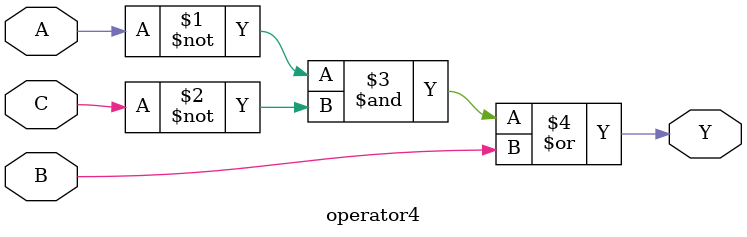
<source format=v>
module gateLevel1(input wire A, B, C, output wire Y);

  wire n1, n2, n3, a1, a2, a3;

  not (n1, A);
  not (n2, B);
  not (n3, C);
  and (a1, n1, n3);
  and (a2, A, C);
  and (a3, A, n2);
  or  (Y, a1, a2, a3);

endmodule

module gateLevel2(input wire A, B, C, output wire Y);

  wire n1, n2, n3, a1, a2, a3;
  not (n2, B);
  or  (Y, n2);

endmodule

module gateLevel3(input wire A, B, C, D, output wire Y);

  wire n1, n2, n3, n4, a1, a2, a3, a4, a5, a6, a7, a8;
  not (n1, A);
  not (n2, B);
  not (n3, C);
  not (n4, D);
  and (a1, n1, n2, n3, n4);
  and (a2, n1, n2, C, D);
  and (a3, n1, B, n3, D);
  and (a4, n1, B, C, n4);
  and (a5, A, B, n3, n4);
  and (a6, A, B, C, D);
  and (a7, A, n2, n3, D);
  and (a8, A, n2, C, n4);
  or  (Y, a1, a2, a3, a4, a5, a6, a7, a8);

endmodule


module gateLevel4(input wire A, B, C, D, output wire Y);

  wire n1, a1, a2, a3;
  not (n1, D);
  and (a1, B, D);
  and (a2, A, n1);
  and (a3, A, C);
  or  (Y, a1, a2, a3);

endmodule

module operator1(input wire A, B, C, D, output wire Y);

  assign Y = (~B & ~C & ~D)|(A & ~C)|(A & ~B)|(A & ~D);

endmodule


module operator2(input wire A, B, C, output wire Y);

  assign Y = (~B|A|C);

endmodule

module operator3(input wire A, B, C, D, output wire Y);

  assign Y = (~C & D)| B | (A & D);

endmodule

module operator4(input wire A, B, C, output wire Y);

  assign Y = (~A&~C) | B;

endmodule

</source>
